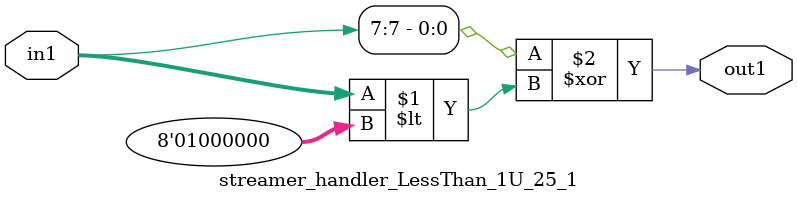
<source format=v>

`timescale 1ps / 1ps


module streamer_handler_LessThan_1U_25_1( in1, out1 );

    input [7:0] in1;
    output out1;

    
    // rtl_process:streamer_handler_LessThan_1U_25_1/streamer_handler_LessThan_1U_25_1_thread_1
    assign out1 = (in1[7] ^ in1 < 8'd064);

endmodule


</source>
